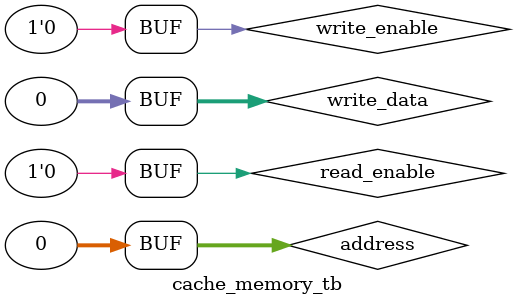
<source format=v>
module cache_memory_tb;

// Inputs
reg [31:0] address;
reg [31:0] write_data;
reg write_enable;
reg read_enable;

// Outputs
wire [31:0] read_data;

// Instantiate the cache_memory module
cache_memory mem (
  .address(address),
  .write_data(write_data),
  .write_enable(write_enable),
  .read_enable(read_enable),
  .read_data(read_data)
);

// Initialize the inputs
initial begin
  address = 0;
  write_data = 0;
  write_enable = 0;
  read_enable = 0;
end

// Write to the cache memory
always #5 write_enable = 1;
always #10 write_enable = 0;

// Read from the cache memory
always #15 read_enable = 1;
always #20 read_enable = 0;

endmodule

</source>
